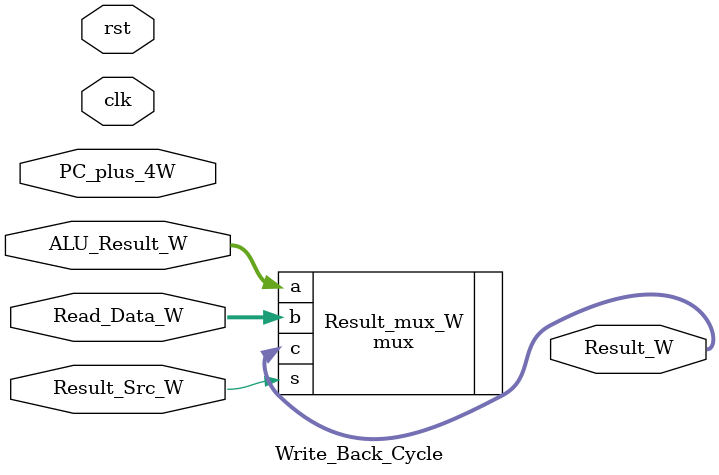
<source format=v>
`timescale 1ns / 1ps


module Write_Back_Cycle(clk,rst,Result_Src_W,Read_Data_W,ALU_Result_W,PC_plus_4W,Result_W);

input clk,rst,Result_Src_W;
input [31:0] PC_plus_4W,ALU_Result_W,Read_Data_W;

output [31:0] Result_W;

mux Result_mux_W(.a(ALU_Result_W),.b(Read_Data_W),.s(Result_Src_W),.c(Result_W));


endmodule

</source>
